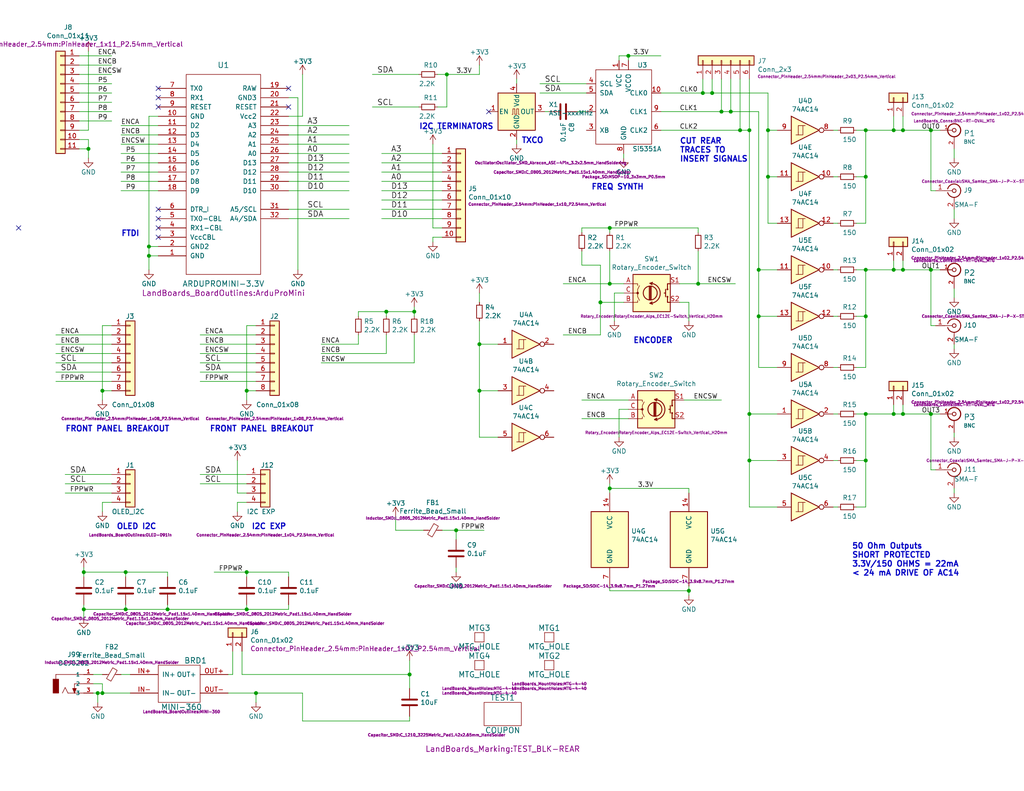
<source format=kicad_sch>
(kicad_sch (version 20211123) (generator eeschema)
  (paper "A")
  (title_block (title "VFO-002") (date "2021-08-26") (rev "3") (company "land-boards.com"))
  (junction (at 236.22 48.26))
  (junction (at 246.38 35.56))
  (junction (at 124.46 144.78))
  (junction (at 113.03 85.09))
  (junction (at 204.47 35.56))
  (junction (at 201.93 35.56))
  (junction (at 254 113.03))
  (junction (at 194.31 25.4))
  (junction (at 45.72 166.37))
  (junction (at 246.38 73.66))
  (junction (at 236.22 35.56))
  (junction (at 243.84 113.03))
  (junction (at 27.94 189.23))
  (junction (at 171.45 15.24))
  (junction (at 199.39 30.48))
  (junction (at 105.41 85.09))
  (junction (at 204.47 125.73))
  (junction (at 190.5 77.47))
  (junction (at 209.55 35.56))
  (junction (at 67.31 106.68))
  (junction (at 166.37 62.23))
  (junction (at 166.37 133.35))
  (junction (at 130.81 106.68))
  (junction (at 40.64 69.85))
  (junction (at 67.31 166.37))
  (junction (at 34.29 166.37))
  (junction (at 163.83 82.55))
  (junction (at 243.84 35.56))
  (junction (at 191.77 25.4))
  (junction (at 207.01 73.66))
  (junction (at 254 73.66))
  (junction (at 196.85 30.48))
  (junction (at 187.96 161.29))
  (junction (at 34.29 156.21))
  (junction (at 236.22 86.36))
  (junction (at 236.22 125.73))
  (junction (at 243.84 73.66))
  (junction (at 209.55 48.26))
  (junction (at 236.22 113.03))
  (junction (at 40.64 67.31))
  (junction (at 254 35.56))
  (junction (at 22.86 156.21))
  (junction (at 24.13 40.64))
  (junction (at 69.85 189.23))
  (junction (at 166.37 77.47))
  (junction (at 236.22 73.66))
  (junction (at 27.94 106.68))
  (junction (at 67.31 156.21))
  (junction (at 246.38 113.03))
  (junction (at 130.81 93.98))
  (junction (at 207.01 86.36))
  (junction (at 26.67 189.23))
  (junction (at 111.76 184.15))
  (junction (at 22.86 166.37))
  (junction (at 121.92 20.32))
  (junction (at 204.47 113.03))
  (no_connect (at 97.79 -33.02))
  (no_connect (at 43.18 29.21))
  (no_connect (at 43.18 24.13))
  (no_connect (at 133.35 30.48))
  (no_connect (at 43.18 64.77))
  (no_connect (at 43.18 57.15))
  (no_connect (at 43.18 26.67))
  (no_connect (at 43.18 59.69))
  (no_connect (at 78.74 24.13))
  (no_connect (at 78.74 29.21))
  (no_connect (at 43.18 62.23))
  (no_connect (at 5.08 62.23))
  (wire (pts (xy 166.37 132.08) (xy 166.37 133.35)))
  (wire (pts (xy 160.02 30.48) (xy 157.48 30.48)))
  (wire (pts (xy 209.55 48.26) (xy 209.55 60.96)))
  (wire (pts (xy 95.25 49.53) (xy 78.74 49.53)))
  (wire (pts (xy 105.41 85.09) (xy 97.79 85.09)))
  (wire (pts (xy 260.35 118.11) (xy 260.35 119.38)))
  (wire (pts (xy 260.35 93.98) (xy 260.35 95.25)))
  (wire (pts (xy 64.77 137.16) (xy 64.77 139.7)))
  (wire (pts (xy 113.03 85.09) (xy 113.03 86.36)))
  (wire (pts (xy 113.03 85.09) (xy 105.41 85.09)))
  (wire (pts (xy 54.61 101.6) (xy 69.85 101.6)))
  (wire (pts (xy 107.95 144.78) (xy 107.95 140.97)))
  (wire (pts (xy 120.65 57.15) (xy 104.14 57.15)))
  (wire (pts (xy 212.09 86.36) (xy 207.01 86.36)))
  (wire (pts (xy 33.02 34.29) (xy 43.18 34.29)))
  (wire (pts (xy 95.25 52.07) (xy 78.74 52.07)))
  (wire (pts (xy 147.32 22.86) (xy 160.02 22.86)))
  (wire (pts (xy 97.79 93.98) (xy 97.79 91.44)))
  (wire (pts (xy 227.33 35.56) (xy 228.6 35.56)))
  (wire (pts (xy 26.67 189.23) (xy 26.67 191.77)))
  (wire (pts (xy 22.86 156.21) (xy 22.86 157.48)))
  (wire (pts (xy 236.22 86.36) (xy 233.68 86.36)))
  (wire (pts (xy 255.27 52.07) (xy 254 52.07)))
  (wire (pts (xy 21.59 20.32) (xy 30.48 20.32)))
  (wire (pts (xy 95.25 41.91) (xy 78.74 41.91)))
  (wire (pts (xy 227.33 60.96) (xy 228.6 60.96)))
  (wire (pts (xy 101.6 29.21) (xy 114.3 29.21)))
  (wire (pts (xy 227.33 125.73) (xy 228.6 125.73)))
  (wire (pts (xy 254 73.66) (xy 256.54 73.66)))
  (wire (pts (xy 15.24 91.44) (xy 30.48 91.44)))
  (wire (pts (xy 236.22 73.66) (xy 236.22 86.36)))
  (wire (pts (xy 95.25 34.29) (xy 78.74 34.29)))
  (wire (pts (xy 130.81 87.63) (xy 130.81 93.98)))
  (wire (pts (xy 191.77 25.4) (xy 194.31 25.4)))
  (wire (pts (xy 207.01 30.48) (xy 207.01 73.66)))
  (wire (pts (xy 25.4 189.23) (xy 26.67 189.23)))
  (wire (pts (xy 101.6 20.32) (xy 114.3 20.32)))
  (wire (pts (xy 82.55 196.85) (xy 111.76 196.85)))
  (wire (pts (xy 158.75 62.23) (xy 166.37 62.23)))
  (wire (pts (xy 21.59 38.1) (xy 24.13 38.1)))
  (wire (pts (xy 15.24 99.06) (xy 30.48 99.06)))
  (wire (pts (xy 209.55 60.96) (xy 212.09 60.96)))
  (wire (pts (xy 190.5 68.58) (xy 190.5 77.47)))
  (wire (pts (xy 227.33 138.43) (xy 228.6 138.43)))
  (wire (pts (xy 30.48 17.78) (xy 21.59 17.78)))
  (wire (pts (xy 30.48 106.68) (xy 27.94 106.68)))
  (wire (pts (xy 158.75 109.22) (xy 171.45 109.22)))
  (wire (pts (xy 166.37 68.58) (xy 166.37 77.47)))
  (wire (pts (xy 204.47 113.03) (xy 204.47 35.56)))
  (wire (pts (xy 236.22 113.03) (xy 243.84 113.03)))
  (wire (pts (xy 121.92 20.32) (xy 130.81 20.32)))
  (wire (pts (xy 185.42 77.47) (xy 190.5 77.47)))
  (wire (pts (xy 180.34 25.4) (xy 191.77 25.4)))
  (wire (pts (xy 187.96 82.55) (xy 187.96 87.63)))
  (wire (pts (xy 105.41 86.36) (xy 105.41 85.09)))
  (wire (pts (xy 111.76 180.34) (xy 111.76 184.15)))
  (wire (pts (xy 62.23 189.23) (xy 69.85 189.23)))
  (wire (pts (xy 167.64 80.01) (xy 167.64 87.63)))
  (wire (pts (xy 209.55 35.56) (xy 212.09 35.56)))
  (wire (pts (xy 194.31 25.4) (xy 209.55 25.4)))
  (wire (pts (xy 130.81 119.38) (xy 135.89 119.38)))
  (wire (pts (xy 33.02 52.07) (xy 43.18 52.07)))
  (wire (pts (xy 227.33 73.66) (xy 228.6 73.66)))
  (wire (pts (xy 246.38 35.56) (xy 246.38 31.75)))
  (wire (pts (xy 30.48 30.48) (xy 21.59 30.48)))
  (wire (pts (xy 54.61 99.06) (xy 69.85 99.06)))
  (wire (pts (xy 17.78 134.62) (xy 30.48 134.62)))
  (wire (pts (xy 21.59 27.94) (xy 30.48 27.94)))
  (wire (pts (xy 254 88.9) (xy 254 73.66)))
  (wire (pts (xy 166.37 161.29) (xy 187.96 161.29)))
  (wire (pts (xy 243.84 113.03) (xy 243.84 110.49)))
  (wire (pts (xy 153.67 91.44) (xy 163.83 91.44)))
  (wire (pts (xy 199.39 21.59) (xy 199.39 30.48)))
  (wire (pts (xy 69.85 189.23) (xy 69.85 191.77)))
  (wire (pts (xy 54.61 91.44) (xy 69.85 91.44)))
  (wire (pts (xy 254 73.66) (xy 246.38 73.66)))
  (wire (pts (xy 97.79 85.09) (xy 97.79 86.36)))
  (wire (pts (xy 64.77 134.62) (xy 67.31 134.62)))
  (wire (pts (xy 54.61 93.98) (xy 69.85 93.98)))
  (wire (pts (xy 87.63 96.52) (xy 105.41 96.52)))
  (wire (pts (xy 24.13 38.1) (xy 24.13 40.64)))
  (wire (pts (xy 233.68 138.43) (xy 236.22 138.43)))
  (wire (pts (xy 243.84 73.66) (xy 243.84 71.12)))
  (wire (pts (xy 140.97 39.37) (xy 140.97 38.1)))
  (wire (pts (xy 171.45 111.76) (xy 168.91 111.76)))
  (wire (pts (xy 207.01 86.36) (xy 207.01 100.33)))
  (wire (pts (xy 78.74 156.21) (xy 78.74 157.48)))
  (wire (pts (xy 168.91 111.76) (xy 168.91 119.38)))
  (wire (pts (xy 33.02 184.15) (xy 35.56 184.15)))
  (wire (pts (xy 130.81 80.01) (xy 130.81 82.55)))
  (wire (pts (xy 17.78 132.08) (xy 30.48 132.08)))
  (wire (pts (xy 166.37 62.23) (xy 166.37 63.5)))
  (wire (pts (xy 67.31 166.37) (xy 78.74 166.37)))
  (wire (pts (xy 87.63 99.06) (xy 113.03 99.06)))
  (wire (pts (xy 130.81 106.68) (xy 130.81 119.38)))
  (wire (pts (xy 190.5 77.47) (xy 200.66 77.47)))
  (wire (pts (xy 43.18 36.83) (xy 33.02 36.83)))
  (wire (pts (xy 66.04 184.15) (xy 66.04 177.8)))
  (wire (pts (xy 22.86 154.94) (xy 22.86 156.21)))
  (wire (pts (xy 27.94 189.23) (xy 27.94 186.69)))
  (wire (pts (xy 30.48 25.4) (xy 21.59 25.4)))
  (wire (pts (xy 105.41 96.52) (xy 105.41 91.44)))
  (wire (pts (xy 196.85 30.48) (xy 199.39 30.48)))
  (wire (pts (xy 158.75 72.39) (xy 163.83 72.39)))
  (wire (pts (xy 180.34 35.56) (xy 201.93 35.56)))
  (wire (pts (xy 130.81 17.78) (xy 130.81 20.32)))
  (wire (pts (xy 207.01 100.33) (xy 212.09 100.33)))
  (wire (pts (xy 82.55 189.23) (xy 82.55 196.85)))
  (wire (pts (xy 27.94 137.16) (xy 27.94 139.7)))
  (wire (pts (xy 111.76 184.15) (xy 111.76 187.96)))
  (wire (pts (xy 113.03 83.82) (xy 113.03 85.09)))
  (wire (pts (xy 22.86 166.37) (xy 34.29 166.37)))
  (wire (pts (xy 187.96 161.29) (xy 187.96 162.56)))
  (wire (pts (xy 30.48 137.16) (xy 27.94 137.16)))
  (wire (pts (xy 45.72 156.21) (xy 45.72 157.48)))
  (wire (pts (xy 63.5 184.15) (xy 62.23 184.15)))
  (wire (pts (xy 236.22 35.56) (xy 243.84 35.56)))
  (wire (pts (xy 24.13 40.64) (xy 24.13 43.18)))
  (wire (pts (xy 207.01 86.36) (xy 207.01 73.66)))
  (wire (pts (xy 120.65 49.53) (xy 104.14 49.53)))
  (wire (pts (xy 21.59 15.24) (xy 30.48 15.24)))
  (wire (pts (xy 194.31 21.59) (xy 194.31 25.4)))
  (wire (pts (xy 24.13 13.97) (xy 24.13 35.56)))
  (wire (pts (xy 95.25 44.45) (xy 78.74 44.45)))
  (wire (pts (xy 158.75 68.58) (xy 158.75 72.39)))
  (wire (pts (xy 54.61 132.08) (xy 67.31 132.08)))
  (wire (pts (xy 78.74 59.69) (xy 95.25 59.69)))
  (wire (pts (xy 25.4 184.15) (xy 27.94 184.15)))
  (wire (pts (xy 233.68 113.03) (xy 236.22 113.03)))
  (wire (pts (xy 82.55 31.75) (xy 78.74 31.75)))
  (wire (pts (xy 201.93 21.59) (xy 201.93 35.56)))
  (wire (pts (xy 158.75 114.3) (xy 171.45 114.3)))
  (wire (pts (xy 255.27 88.9) (xy 254 88.9)))
  (wire (pts (xy 118.11 62.23) (xy 118.11 39.37)))
  (wire (pts (xy 233.68 60.96) (xy 236.22 60.96)))
  (wire (pts (xy 67.31 106.68) (xy 67.31 88.9)))
  (wire (pts (xy 148.59 30.48) (xy 149.86 30.48)))
  (wire (pts (xy 95.25 46.99) (xy 78.74 46.99)))
  (wire (pts (xy 227.33 86.36) (xy 228.6 86.36)))
  (wire (pts (xy 120.65 41.91) (xy 104.14 41.91)))
  (wire (pts (xy 120.65 46.99) (xy 104.14 46.99)))
  (wire (pts (xy 111.76 184.15) (xy 66.04 184.15)))
  (wire (pts (xy 69.85 189.23) (xy 82.55 189.23)))
  (wire (pts (xy 67.31 106.68) (xy 67.31 109.22)))
  (wire (pts (xy 34.29 156.21) (xy 45.72 156.21)))
  (wire (pts (xy 34.29 157.48) (xy 34.29 156.21)))
  (wire (pts (xy 40.64 67.31) (xy 40.64 31.75)))
  (wire (pts (xy 34.29 165.1) (xy 34.29 166.37)))
  (wire (pts (xy 260.35 78.74) (xy 260.35 81.28)))
  (wire (pts (xy 22.86 165.1) (xy 22.86 166.37)))
  (wire (pts (xy 115.57 144.78) (xy 107.95 144.78)))
  (wire (pts (xy 201.93 35.56) (xy 204.47 35.56)))
  (wire (pts (xy 54.61 129.54) (xy 67.31 129.54)))
  (wire (pts (xy 171.45 16.51) (xy 171.45 15.24)))
  (wire (pts (xy 254 113.03) (xy 256.54 113.03)))
  (wire (pts (xy 43.18 67.31) (xy 40.64 67.31)))
  (wire (pts (xy 118.11 64.77) (xy 118.11 66.04)))
  (wire (pts (xy 33.02 41.91) (xy 43.18 41.91)))
  (wire (pts (xy 120.65 62.23) (xy 118.11 62.23)))
  (wire (pts (xy 185.42 82.55) (xy 187.96 82.55)))
  (wire (pts (xy 212.09 48.26) (xy 209.55 48.26)))
  (wire (pts (xy 21.59 33.02) (xy 30.48 33.02)))
  (wire (pts (xy 243.84 73.66) (xy 246.38 73.66)))
  (wire (pts (xy 246.38 113.03) (xy 246.38 110.49)))
  (wire (pts (xy 204.47 125.73) (xy 212.09 125.73)))
  (wire (pts (xy 78.74 166.37) (xy 78.74 165.1)))
  (wire (pts (xy 171.45 15.24) (xy 180.34 15.24)))
  (wire (pts (xy 135.89 93.98) (xy 130.81 93.98)))
  (wire (pts (xy 15.24 96.52) (xy 30.48 96.52)))
  (wire (pts (xy 187.96 161.29) (xy 187.96 160.02)))
  (wire (pts (xy 130.81 93.98) (xy 130.81 106.68)))
  (wire (pts (xy 40.64 67.31) (xy 40.64 69.85)))
  (wire (pts (xy 187.96 134.62) (xy 187.96 133.35)))
  (wire (pts (xy 26.67 189.23) (xy 27.94 189.23)))
  (wire (pts (xy 67.31 137.16) (xy 64.77 137.16)))
  (wire (pts (xy 95.25 39.37) (xy 78.74 39.37)))
  (wire (pts (xy 34.29 166.37) (xy 45.72 166.37)))
  (wire (pts (xy 78.74 26.67) (xy 81.28 26.67)))
  (wire (pts (xy 227.33 48.26) (xy 228.6 48.26)))
  (wire (pts (xy 27.94 88.9) (xy 30.48 88.9)))
  (wire (pts (xy 209.55 35.56) (xy 209.55 25.4)))
  (wire (pts (xy 204.47 138.43) (xy 212.09 138.43)))
  (wire (pts (xy 121.92 20.32) (xy 119.38 20.32)))
  (wire (pts (xy 120.65 52.07) (xy 104.14 52.07)))
  (wire (pts (xy 243.84 113.03) (xy 246.38 113.03)))
  (wire (pts (xy 24.13 35.56) (xy 21.59 35.56)))
  (wire (pts (xy 166.37 62.23) (xy 190.5 62.23)))
  (wire (pts (xy 163.83 82.55) (xy 170.18 82.55)))
  (wire (pts (xy 191.77 21.59) (xy 191.77 25.4)))
  (wire (pts (xy 260.35 40.64) (xy 260.35 43.18)))
  (wire (pts (xy 43.18 49.53) (xy 33.02 49.53)))
  (wire (pts (xy 254 128.27) (xy 254 113.03)))
  (wire (pts (xy 87.63 93.98) (xy 97.79 93.98)))
  (wire (pts (xy 119.38 29.21) (xy 121.92 29.21)))
  (wire (pts (xy 67.31 156.21) (xy 78.74 156.21)))
  (wire (pts (xy 21.59 22.86) (xy 30.48 22.86)))
  (wire (pts (xy 147.32 25.4) (xy 160.02 25.4)))
  (wire (pts (xy 40.64 69.85) (xy 40.64 73.66)))
  (wire (pts (xy 233.68 35.56) (xy 236.22 35.56)))
  (wire (pts (xy 187.96 133.35) (xy 166.37 133.35)))
  (wire (pts (xy 227.33 100.33) (xy 228.6 100.33)))
  (wire (pts (xy 63.5 177.8) (xy 63.5 184.15)))
  (wire (pts (xy 199.39 30.48) (xy 207.01 30.48)))
  (wire (pts (xy 246.38 73.66) (xy 246.38 71.12)))
  (wire (pts (xy 170.18 80.01) (xy 167.64 80.01)))
  (wire (pts (xy 196.85 21.59) (xy 196.85 30.48)))
  (wire (pts (xy 163.83 91.44) (xy 163.83 82.55)))
  (wire (pts (xy 233.68 100.33) (xy 236.22 100.33)))
  (wire (pts (xy 166.37 77.47) (xy 170.18 77.47)))
  (wire (pts (xy 168.91 16.51) (xy 168.91 15.24)))
  (wire (pts (xy 67.31 165.1) (xy 67.31 166.37)))
  (wire (pts (xy 254 35.56) (xy 246.38 35.56)))
  (wire (pts (xy 113.03 99.06) (xy 113.03 91.44)))
  (wire (pts (xy 254 113.03) (xy 246.38 113.03)))
  (wire (pts (xy 22.86 156.21) (xy 34.29 156.21)))
  (wire (pts (xy 54.61 104.14) (xy 69.85 104.14)))
  (wire (pts (xy 120.65 144.78) (xy 124.46 144.78)))
  (wire (pts (xy 236.22 125.73) (xy 236.22 138.43)))
  (wire (pts (xy 227.33 113.03) (xy 228.6 113.03)))
  (wire (pts (xy 158.75 63.5) (xy 158.75 62.23)))
  (wire (pts (xy 243.84 35.56) (xy 246.38 35.56)))
  (wire (pts (xy 166.37 160.02) (xy 166.37 161.29)))
  (wire (pts (xy 21.59 40.64) (xy 24.13 40.64)))
  (wire (pts (xy 170.18 41.91) (xy 170.18 43.18)))
  (wire (pts (xy 17.78 129.54) (xy 30.48 129.54)))
  (wire (pts (xy 233.68 125.73) (xy 236.22 125.73)))
  (wire (pts (xy 22.86 166.37) (xy 22.86 168.91)))
  (wire (pts (xy 255.27 128.27) (xy 254 128.27)))
  (wire (pts (xy 236.22 86.36) (xy 236.22 100.33)))
  (wire (pts (xy 243.84 35.56) (xy 243.84 31.75)))
  (wire (pts (xy 166.37 133.35) (xy 166.37 134.62)))
  (wire (pts (xy 58.42 156.21) (xy 67.31 156.21)))
  (wire (pts (xy 43.18 69.85) (xy 40.64 69.85)))
  (wire (pts (xy 236.22 73.66) (xy 243.84 73.66)))
  (wire (pts (xy 236.22 48.26) (xy 236.22 60.96)))
  (wire (pts (xy 212.09 113.03) (xy 204.47 113.03)))
  (wire (pts (xy 15.24 93.98) (xy 30.48 93.98)))
  (wire (pts (xy 27.94 106.68) (xy 27.94 88.9)))
  (wire (pts (xy 95.25 36.83) (xy 78.74 36.83)))
  (wire (pts (xy 40.64 31.75) (xy 43.18 31.75)))
  (wire (pts (xy 64.77 134.62) (xy 64.77 125.73)))
  (wire (pts (xy 140.97 21.59) (xy 140.97 22.86)))
  (wire (pts (xy 33.02 46.99) (xy 43.18 46.99)))
  (wire (pts (xy 180.34 30.48) (xy 196.85 30.48)))
  (wire (pts (xy 190.5 62.23) (xy 190.5 63.5)))
  (wire (pts (xy 233.68 48.26) (xy 236.22 48.26)))
  (wire (pts (xy 236.22 48.26) (xy 236.22 35.56)))
  (wire (pts (xy 25.4 186.69) (xy 27.94 186.69)))
  (wire (pts (xy 120.65 54.61) (xy 104.14 54.61)))
  (wire (pts (xy 45.72 166.37) (xy 45.72 165.1)))
  (wire (pts (xy 236.22 73.66) (xy 233.68 73.66)))
  (wire (pts (xy 27.94 106.68) (xy 27.94 109.22)))
  (wire (pts (xy 78.74 57.15) (xy 95.25 57.15)))
  (wire (pts (xy 254 35.56) (xy 256.54 35.56)))
  (wire (pts (xy 124.46 156.21) (xy 124.46 154.94)))
  (wire (pts (xy 33.02 39.37) (xy 43.18 39.37)))
  (wire (pts (xy 121.92 29.21) (xy 121.92 20.32)))
  (wire (pts (xy 135.89 106.68) (xy 130.81 106.68)))
  (wire (pts (xy 204.47 21.59) (xy 204.47 35.56)))
  (wire (pts (xy 236.22 113.03) (xy 236.22 125.73)))
  (wire (pts (xy 124.46 144.78) (xy 124.46 147.32)))
  (wire (pts (xy 260.35 133.35) (xy 260.35 134.62)))
  (wire (pts (xy 153.67 77.47) (xy 166.37 77.47)))
  (wire (pts (xy 163.83 72.39) (xy 163.83 82.55)))
  (wire (pts (xy 67.31 88.9) (xy 69.85 88.9)))
  (wire (pts (xy 209.55 48.26) (xy 209.55 35.56)))
  (wire (pts (xy 69.85 106.68) (xy 67.31 106.68)))
  (wire (pts (xy 67.31 157.48) (xy 67.31 156.21)))
  (wire (pts (xy 120.65 59.69) (xy 104.14 59.69)))
  (wire (pts (xy 111.76 196.85) (xy 111.76 195.58)))
  (wire (pts (xy 168.91 15.24) (xy 171.45 15.24)))
  (wire (pts (xy 82.55 20.32) (xy 82.55 31.75)))
  (wire (pts (xy 254 52.07) (xy 254 35.56)))
  (wire (pts (xy 120.65 44.45) (xy 104.14 44.45)))
  (wire (pts (xy 120.65 64.77) (xy 118.11 64.77)))
  (wire (pts (xy 43.18 44.45) (xy 33.02 44.45)))
  (wire (pts (xy 54.61 96.52) (xy 69.85 96.52)))
  (wire (pts (xy 132.08 144.78) (xy 124.46 144.78)))
  (wire (pts (xy 212.09 73.66) (xy 207.01 73.66)))
  (wire (pts (xy 186.69 109.22) (xy 196.85 109.22)))
  (wire (pts (xy 15.24 101.6) (xy 30.48 101.6)))
  (wire (pts (xy 204.47 125.73) (xy 204.47 138.43)))
  (wire (pts (xy 15.24 104.14) (xy 30.48 104.14)))
  (wire (pts (xy 81.28 26.67) (xy 81.28 73.66)))
  (wire (pts (xy 45.72 166.37) (xy 67.31 166.37)))
  (wire (pts (xy 27.94 189.23) (xy 35.56 189.23)))
  (wire (pts (xy 260.35 57.15) (xy 260.35 59.69)))
  (wire (pts (xy 204.47 113.03) (xy 204.47 125.73)))
  (text "I2C EXP" (at 68.58 144.78 0) (effects (font (size 1.524 1.524) (thickness 0.3048) bold) (justify left bottom)))
  (text "FREQ SYNTH" (at 161.29 52.07 0) (effects (font (size 1.524 1.524) (thickness 0.3048) bold) (justify left bottom)))
  (text "ENCODER" (at 172.72 93.98 0) (effects (font (size 1.524 1.524) (thickness 0.3048) bold) (justify left bottom)))
  (text "FTDI" (at 33.02 64.77 0) (effects (font (size 1.524 1.524) (thickness 0.3048) bold) (justify left bottom)))
  (text "FRONT PANEL BREAKOUT" (at 57.15 118.11 0) (effects (font (size 1.524 1.524) (thickness 0.3048) bold) (justify left bottom)))
  (text "50 Ohm Outputs\nSHORT PROTECTED\n3.3V/150 OHMS = 22mA\n< 24 mA DRIVE OF AC14" (at 232.41 157.48 0) (effects (font (size 1.524 1.524) (thickness 0.3048) bold) (justify left bottom)))
  (text "CUT REAR\nTRACES TO\nINSERT SIGNALS" (at 185.42 44.45 0) (effects (font (size 1.524 1.524) (thickness 0.3048) bold) (justify left bottom)))
  (text "FRONT PANEL BREAKOUT" (at 17.78 118.11 0) (effects (font (size 1.524 1.524) (thickness 0.3048) bold) (justify left bottom)))
  (text "TXCO" (at 142.24 39.37 0) (effects (font (size 1.524 1.524) (thickness 0.3048) bold) (justify left bottom)))
  (text "I2C TERMINATORS" (at 114.3 35.56 0) (effects (font (size 1.524 1.524) (thickness 0.3048) bold) (justify left bottom)))
  (text "OLED I2C" (at 31.75 144.78 0) (effects (font (size 1.524 1.524) (thickness 0.3048) bold) (justify left bottom)))
  (label "D10" (at 106.68 59.69 0) (effects (font (size 1.524 1.524))))
  (label "SCL" (at 19.05 132.08 0) (effects (font (size 1.524 1.524))))
  (label "SDA" (at 55.88 129.54 0) (effects (font (size 1.524 1.524))))
  (label "P8" (at 26.67 30.48 0))
  (label "SCL" (at 148.59 22.86 0) (effects (font (size 1.524 1.524))))
  (label "SDA" (at 83.82 59.69 0) (effects (font (size 1.524 1.524))))
  (label "ENCB" (at 26.67 17.78 0))
  (label "ENCA" (at 87.63 93.98 0))
  (label "P9" (at 26.67 33.02 0))
  (label "ENCB" (at 160.02 114.3 0))
  (label "CLK2" (at 185.42 35.56 0))
  (label "ENCB" (at 55.88 93.98 0))
  (label "P7" (at 34.29 46.99 0))
  (label "SCL" (at 102.87 29.21 0) (effects (font (size 1.524 1.524))))
  (label "ENCB" (at 87.63 96.52 0))
  (label "ENCB" (at 33.02 36.83 0))
  (label "SCL" (at 83.82 57.15 0) (effects (font (size 1.524 1.524))))
  (label "ENCA" (at 33.02 34.29 0))
  (label "A0" (at 106.68 49.53 0) (effects (font (size 1.524 1.524))))
  (label "SDA" (at 19.05 129.54 0) (effects (font (size 1.524 1.524))))
  (label "ENCSW" (at 87.63 99.06 0))
  (label "OUT3" (at 251.46 113.03 0))
  (label "ENCA" (at 26.67 15.24 0))
  (label "D12" (at 83.82 46.99 0) (effects (font (size 1.524 1.524))))
  (label "ENCSW" (at 26.67 20.32 0))
  (label "ENCSW" (at 193.04 77.47 0))
  (label "A3" (at 83.82 34.29 0) (effects (font (size 0 0))))
  (label "FPPWR" (at 125.73 144.78 0))
  (label "P5" (at 34.29 41.91 0))
  (label "P9" (at 34.29 52.07 0))
  (label "OUT1" (at 251.46 73.66 0))
  (label "3.3V" (at 124.46 20.32 0))
  (label "CLK0" (at 185.42 25.4 0))
  (label "P6" (at 34.29 44.45 0))
  (label "A1" (at 83.82 39.37 0) (effects (font (size 1.524 1.524))))
  (label "P8" (at 34.29 49.53 0))
  (label "A3" (at 106.68 41.91 0) (effects (font (size 1.524 1.524))))
  (label "D12" (at 106.68 54.61 0) (effects (font (size 1.524 1.524))))
  (label "P5" (at 26.67 22.86 0))
  (label "ENCB" (at 16.51 93.98 0))
  (label "A0" (at 83.82 41.91 0) (effects (font (size 1.524 1.524))))
  (label "SDA" (at 16.51 101.6 0) (effects (font (size 1.524 1.524))))
  (label "ENCSW" (at 55.88 96.52 0))
  (label "P7" (at 26.67 27.94 0))
  (label "ENCSW" (at 16.51 96.52 0))
  (label "ENCA" (at 154.94 77.47 0))
  (label "ENCSW" (at 33.02 39.37 0))
  (label "D11" (at 106.68 57.15 0) (effects (font (size 1.524 1.524))))
  (label "FPPWR" (at 19.05 134.62 0))
  (label "3.3V" (at 173.99 133.35 0))
  (label "FPPWR" (at 16.51 104.14 0))
  (label "SCL" (at 55.88 99.06 0) (effects (font (size 1.524 1.524))))
  (label "3.3V" (at 172.72 15.24 0))
  (label "FPPWR" (at 59.69 156.21 0))
  (label "ENCA" (at 160.02 109.22 0))
  (label "OUT0" (at 251.46 35.56 0))
  (label "P6" (at 26.67 25.4 0))
  (label "SDA" (at 55.88 101.6 0) (effects (font (size 1.524 1.524))))
  (label "D13" (at 106.68 52.07 0) (effects (font (size 1.524 1.524))))
  (label "A2" (at 83.82 36.83 0) (effects (font (size 1.524 1.524))))
  (label "D10" (at 83.82 52.07 0) (effects (font (size 1.524 1.524))))
  (label "ENCSW" (at 189.23 109.22 0))
  (label "ENCB" (at 154.94 91.44 0))
  (label "SCL" (at 55.88 132.08 0) (effects (font (size 1.524 1.524))))
  (label "FPPWR" (at 167.64 62.23 0))
  (label "D13" (at 83.82 44.45 0) (effects (font (size 1.524 1.524))))
  (label "D11" (at 83.82 49.53 0) (effects (font (size 1.524 1.524))))
  (label "A3" (at 83.82 34.29 0) (effects (font (size 1.524 1.524))))
  (label "ENCA" (at 16.51 91.44 0))
  (label "FPPWR" (at 55.88 104.14 0))
  (label "A1" (at 106.68 46.99 0) (effects (font (size 1.524 1.524))))
  (label "SCL" (at 16.51 99.06 0) (effects (font (size 1.524 1.524))))
  (label "CLK1" (at 185.42 30.48 0))
  (label "SDA" (at 148.59 25.4 0) (effects (font (size 1.524 1.524))))
  (label "A2" (at 106.68 44.45 0) (effects (font (size 1.524 1.524))))
  (label "ENCA" (at 55.88 91.44 0))
  (label "SDA" (at 102.87 20.32 0) (effects (font (size 1.524 1.524))))
  (symbol (lib_id "LandBoards_Conns:MTG_HOLE") (at 130.81 181.61 0) (unit 1)
    (property "Reference" "MTG4" (at 130.81 179.07 0) (effects (font (size 1.524 1.524))))
    (property "Value" "MTG_HOLE" (at 130.81 184.15 0) (effects (font (size 1.524 1.524))))
    (property "Footprint" "LandBoards_MountHoles:MTG-4-40" (at 130.81 189.23 0) (effects (font (size 0.762 0.762))))
  )
  (symbol (lib_id "LandBoards_Conns:MTG_HOLE") (at 149.86 181.61 0) (unit 1)
    (property "Reference" "MTG2" (at 149.86 179.07 0) (effects (font (size 1.524 1.524))))
    (property "Value" "MTG_HOLE" (at 149.86 184.15 0) (effects (font (size 1.524 1.524))))
    (property "Footprint" "LandBoards_MountHoles:MTG-4-40" (at 149.86 187.96 0) (effects (font (size 0.762 0.762))))
  )
  (symbol (lib_id "LandBoards_Conns:MTG_HOLE") (at 130.81 173.99 0) (unit 1)
    (property "Reference" "MTG3" (at 130.81 171.45 0) (effects (font (size 1.524 1.524))))
    (property "Value" "MTG_HOLE" (at 130.81 176.53 0) (effects (font (size 1.524 1.524))))
    (property "Footprint" "LandBoards_MountHoles:MTG-4-40" (at 130.81 187.96 0) (effects (font (size 0.762 0.762))))
  )
  (symbol (lib_id "LandBoards_Conns:MTG_HOLE") (at 149.86 173.99 0) (unit 1)
    (property "Reference" "MTG1" (at 149.86 171.45 0) (effects (font (size 1.524 1.524))))
    (property "Value" "MTG_HOLE" (at 149.86 176.53 0) (effects (font (size 1.524 1.524))))
    (property "Footprint" "LandBoards_MountHoles:MTG-4-40" (at 149.86 186.69 0) (effects (font (size 0.762 0.762))))
  )
  (symbol (lib_id "LandBoards:COUPON") (at 137.16 198.12 0) (unit 1)
    (property "Reference" "TEST1" (at 137.16 190.5 0) (effects (font (size 1.524 1.524))))
    (property "Value" "COUPON" (at 137.16 199.39 0) (effects (font (size 1.524 1.524))))
    (property "Footprint" "LandBoards_Marking:TEST_BLK-REAR" (at 137.16 204.47 0) (effects (font (size 1.524 1.524))))
  )
  (symbol (lib_id "power:GND") (at 40.64 73.66 0) (unit 1)
    (property "Reference" "#PWR03" (effects hide))
    (property "Value" "GND" (at 40.64 77.47 0))
  )
  (symbol (lib_id "power:GND") (at 27.94 139.7 0) (unit 1)
    (property "Reference" "#PWR0106" (effects hide))
    (property "Value" "GND" (at 27.94 143.51 0))
  )
  (symbol (lib_id "Device:C") (at 22.86 161.29 0) (unit 1)
    (property "Reference" "C2" (at 25.781 158.9786 0) (effects (justify left)))
    (property "Value" "0.1uF" (at 25.781 161.29 0) (effects (justify left)))
    (property "Footprint" "Capacitor_SMD:C_0805_2012Metric_Pad1.15x1.40mm_HandSolder" (at 13.97 168.91 0) (effects (font (size 0.762 0.762)) (justify left)))
  )
  (symbol (lib_id "Device:C") (at 34.29 161.29 0) (unit 1)
    (property "Reference" "C7" (at 37.211 158.9786 0) (effects (justify left)))
    (property "Value" "0.1uF" (at 37.211 161.29 0) (effects (justify left)))
    (property "Footprint" "Capacitor_SMD:C_0805_2012Metric_Pad1.15x1.40mm_HandSolder" (at 25.4 167.64 0) (effects (font (size 0.762 0.762)) (justify left)))
  )
  (symbol (lib_id "Device:C") (at 45.72 161.29 0) (unit 1)
    (property "Reference" "C6" (at 48.641 158.9786 0) (effects (justify left)))
    (property "Value" "0.1uF" (at 48.641 161.29 0) (effects (justify left)))
    (property "Footprint" "Capacitor_SMD:C_0805_2012Metric_Pad1.15x1.40mm_HandSolder" (at 34.29 170.18 0) (effects (font (size 0.762 0.762)) (justify left)))
  )
  (symbol (lib_id "power:GND") (at 22.86 168.91 0) (unit 1)
    (property "Reference" "#PWR0101" (effects hide))
    (property "Value" "GND" (at 22.86 172.72 0))
  )
  (symbol (lib_id "power:+3V3") (at 22.86 154.94 0) (unit 1)
    (property "Reference" "#PWR0109" (effects hide))
    (property "Value" "+3V3" (at 22.86 151.384 0))
  )
  (symbol (lib_id "Connector_Generic:Conn_01x04") (at 35.56 132.08 0) (unit 1)
    (property "Reference" "J1" (at 34.29 127 0) (effects (justify left)))
    (property "Value" "OLED_I2C" (at 30.48 139.7 0) (effects (justify left)))
    (property "Footprint" "LandBoards_BoardOutlines:OLED-091in" (at 35.56 146.05 0) (effects (font (size 0.762 0.762))))
  )
  (symbol (lib_id "Device:Rotary_Encoder_Switch") (at 177.8 80.01 0) (unit 1)
    (property "Reference" "SW1" (at 177.8 70.6882 0))
    (property "Value" "Rotary_Encoder_Switch" (at 177.8 72.9996 0))
    (property "Footprint" "Rotary_Encoder:RotaryEncoder_Alps_EC12E-Switch_Vertical_H20mm" (at 177.8 86.36 0) (effects (font (size 0.762 0.762))))
  )
  (symbol (lib_id "power:GND") (at 167.64 87.63 0) (unit 1)
    (property "Reference" "#PWR0103" (effects hide))
    (property "Value" "GND" (at 167.64 91.44 0))
  )
  (symbol (lib_id "power:GND") (at 187.96 87.63 0) (unit 1)
    (property "Reference" "#PWR0104" (effects hide))
    (property "Value" "GND" (at 187.96 91.44 0))
  )
  (symbol (lib_id "Device:R_Small") (at 190.5 66.04 0) (unit 1)
    (property "Reference" "R3" (at 191.9986 64.8716 0) (effects (justify left)))
    (property "Value" "2.2K" (at 191.9986 67.183 0) (effects (justify left)))
    (property "Footprint" "Resistor_SMD:R_0805_2012Metric_Pad1.15x1.40mm_HandSolder" (effects hide))
  )
  (symbol (lib_id "LandBoards_Semis:Si5351A") (at 170.18 29.21 0) (unit 1)
    (property "Reference" "U3" (at 175.26 17.78 0))
    (property "Value" "Si5351A" (at 176.53 40.64 0))
    (property "Footprint" "Package_SO:MSOP-10_3x3mm_P0.5mm" (at 170.18 48.26 0) (effects (font (size 0.762 0.762))))
  )
  (symbol (lib_id "LandBoards_Conns:BNC") (at 260.35 35.56 0) (unit 1)
    (property "Reference" "P1" (at 262.89 36.3982 0) (effects (font (size 1.524 1.524)) (justify left)))
    (property "Value" "BNC" (at 262.89 38.7096 0) (effects (font (size 1.016 1.016)) (justify left)))
    (property "Footprint" "LandBoards_Conns:BNC-RT-OVAL_MTG" (at 260.35 33.02 0) (effects (font (size 0.762 0.762))))
  )
  (symbol (lib_id "power:GND") (at 260.35 43.18 0) (unit 1)
    (property "Reference" "#PWR0117" (effects hide))
    (property "Value" "GND" (at 260.35 46.99 0))
  )
  (symbol (lib_id "Device:R_Small") (at 166.37 66.04 0) (unit 1)
    (property "Reference" "R1" (at 167.8686 64.8716 0) (effects (justify left)))
    (property "Value" "2.2K" (at 167.8686 67.183 0) (effects (justify left)))
    (property "Footprint" "Resistor_SMD:R_0805_2012Metric_Pad1.15x1.40mm_HandSolder" (effects hide))
  )
  (symbol (lib_id "Device:R_Small") (at 158.75 66.04 0) (unit 1)
    (property "Reference" "R2" (at 160.2486 64.8716 0) (effects (justify left)))
    (property "Value" "2.2K" (at 160.2486 67.183 0) (effects (justify left)))
    (property "Footprint" "Resistor_SMD:R_0805_2012Metric_Pad1.15x1.40mm_HandSolder" (effects hide))
  )
  (symbol (lib_id "Device:R_Small") (at 231.14 35.56 270) (unit 1)
    (property "Reference" "R9" (at 229.87 33.02 90) (effects (justify left)))
    (property "Value" "150" (at 229.87 38.1 90) (effects (justify left)))
    (property "Footprint" "Resistor_SMD:R_0805_2012Metric_Pad1.15x1.40mm_HandSolder" (effects hide))
  )
  (symbol (lib_id "VFO-003-rescue:ARDUPROMINI-ArduProMiniTKB") (at 60.96 39.37 0) (unit 1)
    (property "Reference" "U1" (at 60.96 17.78 0) (effects (font (size 1.524 1.524))))
    (property "Value" "ARDUPROMINI-3.3V" (at 60.96 77.47 0) (effects (font (size 1.524 1.524))))
    (property "Footprint" "LandBoards_BoardOutlines:ArduProMini" (at 60.96 80.01 0) (effects (font (size 1.524 1.524))))
  )
  (symbol (lib_id "Oscillator:ASE-xxxMHz") (at 140.97 30.48 0) (unit 1)
    (property "Reference" "X1" (at 149.7076 28.5496 0) (effects (justify left)))
    (property "Value" "ASE-xxxMHz" (at 149.7076 30.861 0) (effects (justify left)))
    (property "Footprint" "Oscillator:Oscillator_SMD_Abracon_ASE-4Pin_3.2x2.5mm_HandSoldering" (at 129.54 44.45 0) (effects (font (size 0.762 0.762)) (justify left)))
  )
  (symbol (lib_id "Device:C") (at 153.67 30.48 270) (unit 1)
    (property "Reference" "C8" (at 155.9814 33.401 0) (effects (justify left)))
    (property "Value" "0.1uF" (at 153.67 33.401 0) (effects (justify left)))
    (property "Footprint" "Capacitor_SMD:C_0805_2012Metric_Pad1.15x1.40mm_HandSolder" (at 134.62 46.99 90) (effects (font (size 0.762 0.762)) (justify left)))
  )
  (symbol (lib_id "power:GND") (at 81.28 73.66 0) (unit 1)
    (property "Reference" "#PWR0102" (effects hide))
    (property "Value" "GND" (at 81.28 77.47 0))
  )
  (symbol (lib_id "Device:R_Small") (at 231.14 48.26 270) (unit 1)
    (property "Reference" "R8" (at 229.87 45.72 90) (effects (justify left)))
    (property "Value" "150" (at 229.87 50.8 90) (effects (justify left)))
    (property "Footprint" "Resistor_SMD:R_0805_2012Metric_Pad1.15x1.40mm_HandSolder" (effects hide))
  )
  (symbol (lib_id "Device:R_Small") (at 231.14 73.66 270) (unit 1)
    (property "Reference" "R13" (at 229.87 71.12 90) (effects (justify left)))
    (property "Value" "150" (at 229.87 76.2 90) (effects (justify left)))
    (property "Footprint" "Resistor_SMD:R_0805_2012Metric_Pad1.15x1.40mm_HandSolder" (effects hide))
  )
  (symbol (lib_id "Device:R_Small") (at 231.14 86.36 270) (unit 1)
    (property "Reference" "R12" (at 229.87 83.82 90) (effects (justify left)))
    (property "Value" "150" (at 229.87 88.9 90) (effects (justify left)))
    (property "Footprint" "Resistor_SMD:R_0805_2012Metric_Pad1.15x1.40mm_HandSolder" (effects hide))
  )
  (symbol (lib_id "power:+3V3") (at 82.55 20.32 0) (unit 1)
    (property "Reference" "#PWR0112" (effects hide))
    (property "Value" "+3V3" (at 82.55 16.764 0))
  )
  (symbol (lib_id "power:GND") (at 170.18 43.18 0) (unit 1)
    (property "Reference" "#PWR0114" (effects hide))
    (property "Value" "GND" (at 170.18 46.99 0))
  )
  (symbol (lib_id "power:GND") (at 140.97 39.37 0) (unit 1)
    (property "Reference" "#PWR0128" (effects hide))
    (property "Value" "GND" (at 140.97 43.18 0))
  )
  (symbol (lib_id "power:+3V3") (at 140.97 21.59 0) (unit 1)
    (property "Reference" "#PWR0135" (effects hide))
    (property "Value" "+3V3" (at 140.97 18.034 0))
  )
  (symbol (lib_id "LandBoards_Conns:BNC") (at 260.35 73.66 0) (unit 1)
    (property "Reference" "P2" (at 262.89 74.4982 0) (effects (font (size 1.524 1.524)) (justify left)))
    (property "Value" "BNC" (at 262.89 76.8096 0) (effects (font (size 1.016 1.016)) (justify left)))
    (property "Footprint" "LandBoards_Conns:BNC-RT-OVAL_MTG" (at 260.35 71.12 0) (effects (font (size 0.762 0.762))))
  )
  (symbol (lib_id "power:GND") (at 260.35 81.28 0) (unit 1)
    (property "Reference" "#PWR0118" (effects hide))
    (property "Value" "GND" (at 260.35 85.09 0))
  )
  (symbol (lib_id "Device:R_Small") (at 231.14 100.33 270) (unit 1)
    (property "Reference" "R14" (at 229.87 97.79 90) (effects (justify left)))
    (property "Value" "150" (at 229.87 102.87 90) (effects (justify left)))
    (property "Footprint" "Resistor_SMD:R_0805_2012Metric_Pad1.15x1.40mm_HandSolder" (effects hide))
  )
  (symbol (lib_id "Device:R_Small") (at 231.14 113.03 270) (unit 1)
    (property "Reference" "R15" (at 229.87 110.49 90) (effects (justify left)))
    (property "Value" "150" (at 229.87 115.57 90) (effects (justify left)))
    (property "Footprint" "Resistor_SMD:R_0805_2012Metric_Pad1.15x1.40mm_HandSolder" (effects hide))
  )
  (symbol (lib_id "Connector_Generic:Conn_01x08") (at 35.56 96.52 0) (unit 1)
    (property "Reference" "J3" (at 34.29 86.36 0) (effects (justify left)))
    (property "Value" "Conn_01x08" (at 30.48 110.49 0) (effects (justify left)))
    (property "Footprint" "Connector_PinHeader_2.54mm:PinHeader_1x08_P2.54mm_Vertical" (at 35.56 114.3 0) (effects (font (size 0.762 0.762))))
  )
  (symbol (lib_id "LandBoards_Conns:BNC") (at 260.35 113.03 0) (unit 1)
    (property "Reference" "P3" (at 262.89 113.8682 0) (effects (font (size 1.524 1.524)) (justify left)))
    (property "Value" "BNC" (at 262.89 116.1796 0) (effects (font (size 1.016 1.016)) (justify left)))
    (property "Footprint" "LandBoards_Conns:BNC-RT-OVAL_MTG" (at 260.35 110.49 0) (effects (font (size 0.762 0.762))))
  )
  (symbol (lib_id "power:GND") (at 260.35 119.38 0) (unit 1)
    (property "Reference" "#PWR0119" (effects hide))
    (property "Value" "GND" (at 260.35 123.19 0))
  )
  (symbol (lib_id "Connector_Generic:Conn_01x10") (at 125.73 52.07 0) (unit 1)
    (property "Reference" "J5" (at 127.762 51.5112 0) (effects (justify left)))
    (property "Value" "Conn_01x10" (at 127.762 53.8226 0) (effects (justify left)))
    (property "Footprint" "Connector_PinHeader_2.54mm:PinHeader_1x10_P2.54mm_Vertical" (at 127.762 55.753 0) (effects (font (size 0.762 0.762)) (justify left)))
  )
  (symbol (lib_id "74xx:74LS14") (at 219.71 35.56 0) (unit 4)
    (property "Reference" "U4" (at 219.71 27.5082 0))
    (property "Value" "74AC14" (at 219.71 29.8196 0))
    (property "Footprint" "Package_SO:SOIC-14_3.9x8.7mm_P1.27mm" (effects hide))
    (property "Datasheet" "http://www.ti.com/lit/gpn/sn74LS14" (effects hide))
  )
  (symbol (lib_id "74xx:74LS14") (at 219.71 48.26 0) (unit 5)
    (property "Reference" "U4" (at 219.71 40.2082 0))
    (property "Value" "74AC14" (at 219.71 42.5196 0))
    (property "Footprint" "Package_SO:SOIC-14_3.9x8.7mm_P1.27mm" (effects hide))
    (property "Datasheet" "http://www.ti.com/lit/gpn/sn74LS14" (effects hide))
  )
  (symbol (lib_id "74xx:74LS14") (at 219.71 60.96 0) (unit 6)
    (property "Reference" "U4" (at 219.71 52.9082 0))
    (property "Value" "74AC14" (at 219.71 55.2196 0))
    (property "Footprint" "Package_SO:SOIC-14_3.9x8.7mm_P1.27mm" (effects hide))
    (property "Datasheet" "http://www.ti.com/lit/gpn/sn74LS14" (effects hide))
  )
  (symbol (lib_id "power:GND") (at 118.11 66.04 0) (unit 1)
    (property "Reference" "#PWR0123" (effects hide))
    (property "Value" "GND" (at 118.11 69.85 0))
  )
  (symbol (lib_id "power:+3V3") (at 118.11 39.37 0) (unit 1)
    (property "Reference" "#PWR0124" (effects hide))
    (property "Value" "+3V3" (at 118.11 35.814 0))
  )
  (symbol (lib_id "Connector_Generic:Conn_01x06") (at 196.85 16.51 90) (unit 1)
    (property "Reference" "J7" (at 206.7052 16.6624 90) (effects (justify right)))
    (property "Value" "Conn_2x3" (at 206.7052 18.9738 90) (effects (justify right)))
    (property "Footprint" "Connector_PinHeader_2.54mm:PinHeader_2x03_P2.54mm_Vertical" (at 206.7052 20.9042 90) (effects (font (size 0.762 0.762)) (justify right)))
  )
  (symbol (lib_id "Device:Rotary_Encoder_Switch") (at 179.07 111.76 0) (unit 1)
    (property "Reference" "SW2" (at 179.07 102.4382 0))
    (property "Value" "Rotary_Encoder_Switch" (at 179.07 104.7496 0))
    (property "Footprint" "Rotary_Encoder:RotaryEncoder_Alps_EC12E-Switch_Vertical_H20mm" (at 179.07 118.11 0) (effects (font (size 0.762 0.762))))
  )
  (symbol (lib_id "power:GND") (at 168.91 119.38 0) (unit 1)
    (property "Reference" "#PWR0136" (effects hide))
    (property "Value" "GND" (at 168.91 123.19 0))
  )
  (symbol (lib_id "power:GND") (at 27.94 109.22 0) (unit 1)
    (property "Reference" "#PWR0107" (effects hide))
    (property "Value" "GND" (at 27.94 113.03 0))
  )
  (symbol (lib_id "Device:R_Small") (at 116.84 20.32 270) (unit 1)
    (property "Reference" "R10" (at 115.57 17.78 90) (effects (justify left)))
    (property "Value" "2.2K" (at 114.3 22.86 90) (effects (justify left)))
    (property "Footprint" "Resistor_SMD:R_0805_2012Metric_Pad1.15x1.40mm_HandSolder" (effects hide))
  )
  (symbol (lib_id "Device:R_Small") (at 116.84 29.21 270) (unit 1)
    (property "Reference" "R11" (at 115.57 26.67 90) (effects (justify left)))
    (property "Value" "2.2K" (at 114.3 31.75 90) (effects (justify left)))
    (property "Footprint" "Resistor_SMD:R_0805_2012Metric_Pad1.15x1.40mm_HandSolder" (effects hide))
  )
  (symbol (lib_id "Device:R_Small") (at 231.14 60.96 270) (unit 1)
    (property "Reference" "R7" (at 229.87 58.42 90) (effects (justify left)))
    (property "Value" "150" (at 229.87 63.5 90) (effects (justify left)))
    (property "Footprint" "Resistor_SMD:R_0805_2012Metric_Pad1.15x1.40mm_HandSolder" (effects hide))
  )
  (symbol (lib_id "74xx:74LS14") (at 219.71 113.03 0) (unit 1)
    (property "Reference" "U5" (at 219.71 104.9782 0))
    (property "Value" "74AC14" (at 219.71 107.2896 0))
    (property "Footprint" "Package_SO:SOIC-14_3.9x8.7mm_P1.27mm" (effects hide))
    (property "Datasheet" "http://www.ti.com/lit/gpn/sn74LS14" (effects hide))
  )
  (symbol (lib_id "74xx:74LS14") (at 219.71 125.73 0) (unit 2)
    (property "Reference" "U5" (at 219.71 117.6782 0))
    (property "Value" "74AC14" (at 219.71 119.9896 0))
    (property "Footprint" "Package_SO:SOIC-14_3.9x8.7mm_P1.27mm" (effects hide))
    (property "Datasheet" "http://www.ti.com/lit/gpn/sn74LS14" (effects hide))
  )
  (symbol (lib_id "74xx:74LS14") (at 219.71 138.43 0) (unit 3)
    (property "Reference" "U5" (at 219.71 130.3782 0))
    (property "Value" "74AC14" (at 219.71 132.6896 0))
    (property "Footprint" "Package_SO:SOIC-14_3.9x8.7mm_P1.27mm" (effects hide))
    (property "Datasheet" "http://www.ti.com/lit/gpn/sn74LS14" (effects hide))
  )
  (symbol (lib_id "power:GND") (at 24.13 43.18 0) (unit 1)
    (property "Reference" "#PWR0125" (effects hide))
    (property "Value" "GND" (at 24.13 46.99 0))
  )
  (symbol (lib_id "power:+3V3") (at 24.13 13.97 0) (unit 1)
    (property "Reference" "#PWR0126" (effects hide))
    (property "Value" "+3V3" (at 24.13 10.414 0))
  )
  (symbol (lib_id "Device:R_Small") (at 231.14 125.73 270) (unit 1)
    (property "Reference" "R16" (at 229.87 123.19 90) (effects (justify left)))
    (property "Value" "150" (at 229.87 128.27 90) (effects (justify left)))
    (property "Footprint" "Resistor_SMD:R_0805_2012Metric_Pad1.15x1.40mm_HandSolder" (effects hide))
  )
  (symbol (lib_id "Device:R_Small") (at 231.14 138.43 270) (unit 1)
    (property "Reference" "R17" (at 229.87 135.89 90) (effects (justify left)))
    (property "Value" "150" (at 229.87 140.97 90) (effects (justify left)))
    (property "Footprint" "Resistor_SMD:R_0805_2012Metric_Pad1.15x1.40mm_HandSolder" (effects hide))
  )
  (symbol (lib_id "74xx:74LS14") (at 219.71 100.33 0) (unit 4)
    (property "Reference" "U5" (at 219.71 92.2782 0))
    (property "Value" "74AC14" (at 219.71 94.5896 0))
    (property "Footprint" "Package_SO:SOIC-14_3.9x8.7mm_P1.27mm" (effects hide))
    (property "Datasheet" "http://www.ti.com/lit/gpn/sn74LS14" (effects hide))
  )
  (symbol (lib_id "74xx:74LS14") (at 219.71 73.66 0) (unit 5)
    (property "Reference" "U5" (at 219.71 65.6082 0))
    (property "Value" "74AC14" (at 219.71 67.9196 0))
    (property "Footprint" "Package_SO:SOIC-14_3.9x8.7mm_P1.27mm" (effects hide))
    (property "Datasheet" "http://www.ti.com/lit/gpn/sn74LS14" (effects hide))
  )
  (symbol (lib_id "74xx:74LS14") (at 219.71 86.36 0) (unit 6)
    (property "Reference" "U5" (at 219.71 78.3082 0))
    (property "Value" "74AC14" (at 219.71 80.6196 0))
    (property "Footprint" "Package_SO:SOIC-14_3.9x8.7mm_P1.27mm" (effects hide))
    (property "Datasheet" "http://www.ti.com/lit/gpn/sn74LS14" (effects hide))
  )
  (symbol (lib_id "LandBoards_Cards:MINI-360") (at 48.26 186.69 0) (unit 1)
    (property "Reference" "BRD1" (at 53.34 180.34 0) (effects (font (size 1.524 1.524))))
    (property "Value" "MINI-360" (at 49.53 193.04 0) (effects (font (size 1.524 1.524))))
    (property "Footprint" "LandBoards_BoardOutlines:MINI-360" (at 49.53 194.31 0) (effects (font (size 0.762 0.762))))
  )
  (symbol (lib_id "power:GND") (at 26.67 191.77 0) (unit 1)
    (property "Reference" "#PWR0108" (effects hide))
    (property "Value" "GND" (at 26.67 195.58 0))
  )
  (symbol (lib_id "power:GND") (at 69.85 191.77 0) (unit 1)
    (property "Reference" "#PWR0110" (effects hide))
    (property "Value" "GND" (at 69.85 195.58 0))
  )
  (symbol (lib_id "LandBoards_Conns:DCJ0202") (at 17.78 186.69 0) (unit 1)
    (property "Reference" "J99" (at 20.1422 178.7144 0))
    (property "Value" "DCJ0202" (at 20.1422 181.0258 0))
    (property "Footprint" "LandBoards_Conns:DCJ-NEW-Slotted" (effects hide))
  )
  (symbol (lib_id "Connector_Generic:Conn_01x08") (at 74.93 96.52 0) (unit 1)
    (property "Reference" "J2" (at 73.66 86.36 0) (effects (justify left)))
    (property "Value" "Conn_01x08" (at 69.85 110.49 0) (effects (justify left)))
    (property "Footprint" "Connector_PinHeader_2.54mm:PinHeader_1x08_P2.54mm_Vertical" (at 74.93 114.3 0) (effects (font (size 0.762 0.762))))
  )
  (symbol (lib_id "power:GND") (at 67.31 109.22 0) (unit 1)
    (property "Reference" "#PWR0111" (effects hide))
    (property "Value" "GND" (at 67.31 113.03 0))
  )
  (symbol (lib_id "74xx:74LS14") (at 166.37 147.32 0) (unit 7)
    (property "Reference" "U4" (at 172.212 145.0086 0) (effects (justify left)))
    (property "Value" "74AC14" (at 172.212 147.32 0) (effects (justify left)))
    (property "Footprint" "Package_SO:SOIC-14_3.9x8.7mm_P1.27mm" (at 153.67 160.02 0) (effects (font (size 0.762 0.762)) (justify left)))
    (property "Datasheet" "http://www.ti.com/lit/gpn/sn74LS14" (effects hide))
  )
  (symbol (lib_id "74xx:74LS14") (at 187.96 147.32 0) (unit 7)
    (property "Reference" "U5" (at 193.802 145.0086 0) (effects (justify left)))
    (property "Value" "74AC14" (at 193.802 147.32 0) (effects (justify left)))
    (property "Footprint" "Package_SO:SOIC-14_3.9x8.7mm_P1.27mm" (at 175.26 158.75 0) (effects (font (size 0.762 0.762)) (justify left)))
    (property "Datasheet" "http://www.ti.com/lit/gpn/sn74LS14" (effects hide))
  )
  (symbol (lib_id "power:GND") (at 187.96 162.56 0) (unit 1)
    (property "Reference" "#PWR0120" (effects hide))
    (property "Value" "GND" (at 187.96 166.37 0))
  )
  (symbol (lib_id "power:+3V3") (at 166.37 132.08 0) (unit 1)
    (property "Reference" "#PWR0116" (effects hide))
    (property "Value" "+3V3" (at 166.37 128.524 0))
  )
  (symbol (lib_id "power:+3V3") (at 130.81 17.78 0) (unit 1)
    (property "Reference" "#PWR0122" (effects hide))
    (property "Value" "+3V3" (at 130.81 14.224 0))
  )
  (symbol (lib_id "Device:C") (at 111.76 191.77 0) (unit 1)
    (property "Reference" "C1" (at 114.681 189.4586 0) (effects (justify left)))
    (property "Value" "10uF" (at 114.681 191.77 0) (effects (justify left)))
    (property "Footprint" "Capacitor_SMD:C_1210_3225Metric_Pad1.42x2.65mm_HandSolder" (at 100.33 200.66 0) (effects (font (size 0.762 0.762)) (justify left)))
  )
  (symbol (lib_id "power:+3V3") (at 111.76 180.34 0) (unit 1)
    (property "Reference" "#PWR0127" (effects hide))
    (property "Value" "+3V3" (at 111.76 176.784 0))
  )
  (symbol (lib_id "Connector_Generic:Conn_01x02") (at 63.5 172.72 90) (unit 1)
    (property "Reference" "J6" (at 68.2752 172.4914 90) (effects (justify right)))
    (property "Value" "Conn_01x02" (at 68.2752 174.8028 90) (effects (justify right)))
    (property "Footprint" "Connector_PinHeader_2.54mm:PinHeader_1x02_P2.54mm_Vertical" (at 68.2752 177.1142 90) (effects (justify right)))
  )
  (symbol (lib_id "Connector:Conn_Coaxial") (at 260.35 52.07 0) (unit 1)
    (property "Reference" "J9" (at 262.89 51.943 0) (effects (justify left)))
    (property "Value" "SMA-F" (at 260.35 55.88 0) (effects (justify left)))
    (property "Footprint" "Connector_Coaxial:SMA_Samtec_SMA-J-P-X-ST-EM1_EdgeMount" (at 251.46 49.53 0) (effects (font (size 0.762 0.762)) (justify left)))
    (property "Datasheet" " ~" (effects hide))
  )
  (symbol (lib_id "power:GND") (at 260.35 59.69 0) (unit 1)
    (property "Reference" "#PWR0129" (effects hide))
    (property "Value" "GND" (at 260.35 63.5 0))
  )
  (symbol (lib_id "Connector:Conn_Coaxial") (at 260.35 88.9 0) (unit 1)
    (property "Reference" "J10" (at 262.89 88.773 0) (effects (justify left)))
    (property "Value" "SMA-F" (at 260.35 92.71 0) (effects (justify left)))
    (property "Footprint" "Connector_Coaxial:SMA_Samtec_SMA-J-P-X-ST-EM1_EdgeMount" (at 251.46 86.36 0) (effects (font (size 0.762 0.762)) (justify left)))
    (property "Datasheet" " ~" (effects hide))
  )
  (symbol (lib_id "power:GND") (at 260.35 95.25 0) (unit 1)
    (property "Reference" "#PWR0130" (effects hide))
    (property "Value" "GND" (at 260.35 99.06 0))
  )
  (symbol (lib_id "Connector:Conn_Coaxial") (at 260.35 128.27 0) (unit 1)
    (property "Reference" "J11" (at 262.89 128.143 0) (effects (justify left)))
    (property "Value" "SMA-F" (at 260.35 130.81 0) (effects (justify left)))
    (property "Footprint" "Connector_Coaxial:SMA_Samtec_SMA-J-P-X-ST-EM1_EdgeMount" (at 252.73 125.73 0) (effects (font (size 0.762 0.762)) (justify left)))
    (property "Datasheet" " ~" (effects hide))
  )
  (symbol (lib_id "power:GND") (at 260.35 134.62 0) (unit 1)
    (property "Reference" "#PWR0131" (effects hide))
    (property "Value" "GND" (at 260.35 138.43 0))
  )
  (symbol (lib_id "power:GND") (at 64.77 139.7 0) (unit 1)
    (property "Reference" "#PWR0105" (effects hide))
    (property "Value" "GND" (at 64.77 143.51 0))
  )
  (symbol (lib_id "Connector_Generic:Conn_01x04") (at 72.39 132.08 0) (unit 1)
    (property "Reference" "J12" (at 71.12 127 0) (effects (justify left)))
    (property "Value" "I2C EXP" (at 67.31 139.7 0) (effects (justify left)))
    (property "Footprint" "Connector_PinHeader_2.54mm:PinHeader_1x04_P2.54mm_Vertical" (at 72.39 146.05 0) (effects (font (size 0.762 0.762))))
  )
  (symbol (lib_id "Device:C") (at 124.46 151.13 0) (unit 1)
    (property "Reference" "C9" (at 127.381 148.8186 0) (effects (justify left)))
    (property "Value" "0.1uF" (at 127.381 151.13 0) (effects (justify left)))
    (property "Footprint" "Capacitor_SMD:C_0805_2012Metric_Pad1.15x1.40mm_HandSolder" (at 113.03 160.02 0) (effects (font (size 0.762 0.762)) (justify left)))
  )
  (symbol (lib_id "Device:Ferrite_Bead_Small") (at 118.11 144.78 270) (unit 1)
    (property "Reference" "FB1" (at 118.11 137.2362 90))
    (property "Value" "Ferrite_Bead_Small" (at 118.11 139.5476 90))
    (property "Footprint" "Inductor_SMD:L_0805_2012Metric_Pad1.15x1.40mm_HandSolder" (at 118.11 141.478 90) (effects (font (size 0.762 0.762))))
  )
  (symbol (lib_id "power:+3V3") (at 107.95 140.97 0) (unit 1)
    (property "Reference" "#PWR0137" (effects hide))
    (property "Value" "+3V3" (at 107.95 137.414 0))
  )
  (symbol (lib_id "power:GND") (at 124.46 156.21 0) (unit 1)
    (property "Reference" "#PWR0138" (effects hide))
    (property "Value" "GND" (at 124.46 160.02 0))
  )
  (symbol (lib_id "power:+3V3") (at 64.77 125.73 0) (unit 1)
    (property "Reference" "#PWR0121" (effects hide))
    (property "Value" "+3V3" (at 64.77 122.174 0))
  )
  (symbol (lib_id "Connector_Generic:Conn_01x02") (at 243.84 26.67 90) (unit 1)
    (property "Reference" "J13" (at 248.6152 26.4414 90) (effects (justify right)))
    (property "Value" "Conn_01x02" (at 248.6152 28.7528 90) (effects (justify right)))
    (property "Footprint" "Connector_PinHeader_2.54mm:PinHeader_1x02_P2.54mm_Vertical" (at 248.6152 31.0642 90) (effects (font (size 0.762 0.762)) (justify right)))
  )
  (symbol (lib_id "Connector_Generic:Conn_01x02") (at 243.84 66.04 90) (unit 1)
    (property "Reference" "J14" (at 248.6152 65.8114 90) (effects (justify right)))
    (property "Value" "Conn_01x02" (at 248.6152 68.1228 90) (effects (justify right)))
    (property "Footprint" "Connector_PinHeader_2.54mm:PinHeader_1x02_P2.54mm_Vertical" (at 248.6152 70.4342 90) (effects (font (size 0.762 0.762)) (justify right)))
  )
  (symbol (lib_id "Connector_Generic:Conn_01x02") (at 243.84 105.41 90) (unit 1)
    (property "Reference" "J15" (at 248.6152 105.1814 90) (effects (justify right)))
    (property "Value" "Conn_01x02" (at 248.6152 107.4928 90) (effects (justify right)))
    (property "Footprint" "Connector_PinHeader_2.54mm:PinHeader_1x02_P2.54mm_Vertical" (at 248.6152 109.8042 90) (effects (font (size 0.762 0.762)) (justify right)))
  )
  (symbol (lib_id "Device:C") (at 78.74 161.29 0) (unit 1)
    (property "Reference" "C11" (at 81.661 158.9786 0) (effects (justify left)))
    (property "Value" "0.1uF" (at 81.661 161.29 0) (effects (justify left)))
    (property "Footprint" "Capacitor_SMD:C_0805_2012Metric_Pad1.15x1.40mm_HandSolder" (at 67.31 170.18 0) (effects (font (size 0.762 0.762)) (justify left)))
  )
  (symbol (lib_id "Device:C") (at 67.31 161.29 0) (unit 1)
    (property "Reference" "C10" (at 70.231 158.9786 0) (effects (justify left)))
    (property "Value" "0.1uF" (at 70.231 161.29 0) (effects (justify left)))
    (property "Footprint" "Capacitor_SMD:C_0805_2012Metric_Pad1.15x1.40mm_HandSolder" (at 58.42 167.64 0) (effects (font (size 0.762 0.762)) (justify left)))
  )
  (symbol (lib_id "Connector_Generic:Conn_01x11") (at 16.51 27.94 0) (mirror y) (unit 1)
    (property "Reference" "J8" (at 18.5928 7.4422 0))
    (property "Value" "Conn_01x11" (at 18.5928 9.7536 0))
    (property "Footprint" "Connector_PinHeader_2.54mm:PinHeader_1x11_P2.54mm_Vertical" (at 18.5928 12.065 0))
  )
  (symbol (lib_id "74xx:74LS14") (at 143.51 93.98 0) (unit 1)
    (property "Reference" "U4" (at 143.51 85.9282 0))
    (property "Value" "74AC14" (at 143.51 88.2396 0))
    (property "Footprint" "Package_SO:SOIC-14_3.9x8.7mm_P1.27mm" (effects hide))
    (property "Datasheet" "http://www.ti.com/lit/gpn/sn74LS14" (effects hide))
  )
  (symbol (lib_id "74xx:74LS14") (at 143.51 106.68 0) (unit 2)
    (property "Reference" "U4" (at 143.51 98.6282 0))
    (property "Value" "74AC14" (at 143.51 100.9396 0))
    (property "Footprint" "Package_SO:SOIC-14_3.9x8.7mm_P1.27mm" (effects hide))
    (property "Datasheet" "http://www.ti.com/lit/gpn/sn74LS14" (effects hide))
  )
  (symbol (lib_id "74xx:74LS14") (at 143.51 119.38 0) (unit 3)
    (property "Reference" "U4" (at 143.51 111.3282 0))
    (property "Value" "74AC14" (at 143.51 113.6396 0))
    (property "Footprint" "Package_SO:SOIC-14_3.9x8.7mm_P1.27mm" (effects hide))
    (property "Datasheet" "http://www.ti.com/lit/gpn/sn74LS14" (effects hide))
  )
  (symbol (lib_id "Device:R_Small") (at 130.81 85.09 0) (unit 1)
    (property "Reference" "R4" (at 132.3086 83.9216 0) (effects (justify left)))
    (property "Value" "2.2K" (at 132.3086 86.233 0) (effects (justify left)))
    (property "Footprint" "Resistor_SMD:R_0805_2012Metric_Pad1.15x1.40mm_HandSolder" (effects hide))
  )
  (symbol (lib_id "power:+3V3") (at 130.81 80.01 0) (unit 1)
    (property "Reference" "#PWR0113" (effects hide))
    (property "Value" "+3V3" (at 130.81 76.454 0))
  )
  (symbol (lib_id "Device:Ferrite_Bead_Small") (at 30.48 184.15 270) (unit 1)
    (property "Reference" "FB2" (at 30.48 176.6062 90))
    (property "Value" "Ferrite_Bead_Small" (at 30.48 178.9176 90))
    (property "Footprint" "Inductor_SMD:L_0805_2012Metric_Pad1.15x1.40mm_HandSolder" (at 30.48 180.848 90) (effects (font (size 0.762 0.762))))
  )
  (symbol (lib_id "Device:R_Small") (at 113.03 88.9 0) (unit 1)
    (property "Reference" "R18" (at 114.5286 87.7316 0) (effects (justify left)))
    (property "Value" "2.2K" (at 114.5286 90.043 0) (effects (justify left)))
    (property "Footprint" "Resistor_SMD:R_0805_2012Metric_Pad1.15x1.40mm_HandSolder" (effects hide))
  )
  (symbol (lib_id "power:+3V3") (at 113.03 83.82 0) (unit 1)
    (property "Reference" "#PWR0115" (effects hide))
    (property "Value" "+3V3" (at 113.03 80.264 0))
  )
  (symbol (lib_id "Device:R_Small") (at 105.41 88.9 0) (unit 1)
    (property "Reference" "R6" (at 106.9086 87.7316 0) (effects (justify left)))
    (property "Value" "2.2K" (at 106.9086 90.043 0) (effects (justify left)))
    (property "Footprint" "Resistor_SMD:R_0805_2012Metric_Pad1.15x1.40mm_HandSolder" (effects hide))
  )
  (symbol (lib_id "Device:R_Small") (at 97.79 88.9 0) (unit 1)
    (property "Reference" "R5" (at 99.2886 87.7316 0) (effects (justify left)))
    (property "Value" "2.2K" (at 99.2886 90.043 0) (effects (justify left)))
    (property "Footprint" "Resistor_SMD:R_0805_2012Metric_Pad1.15x1.40mm_HandSolder" (effects hide))
  )
)
</source>
